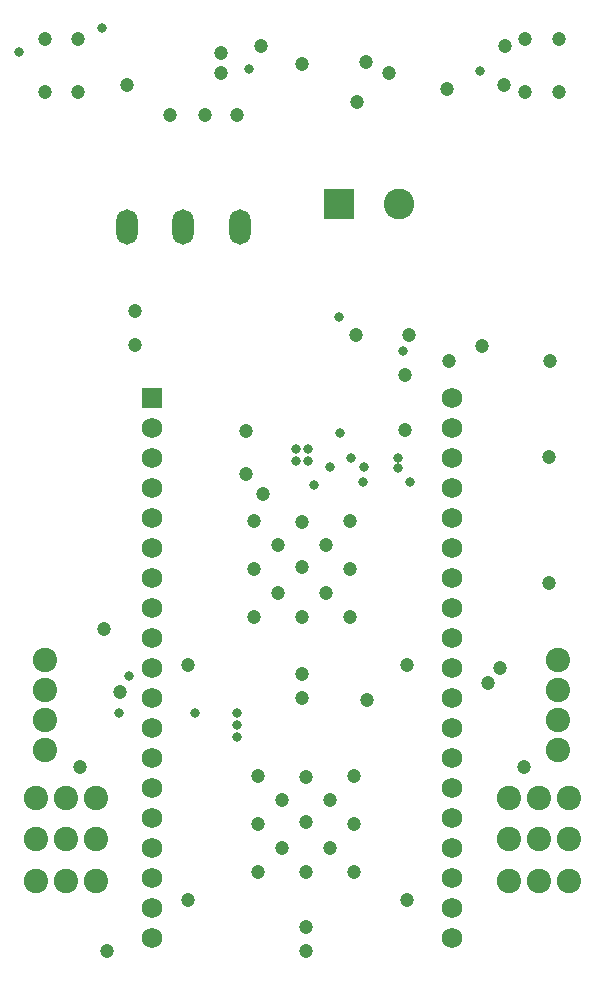
<source format=gbs>
G04*
G04 #@! TF.GenerationSoftware,Altium Limited,Altium Designer,24.9.1 (31)*
G04*
G04 Layer_Color=16711935*
%FSLAX44Y44*%
%MOMM*%
G71*
G04*
G04 #@! TF.SameCoordinates,D009CFA8-F13D-4BBB-A5DC-F2666AB139C3*
G04*
G04*
G04 #@! TF.FilePolarity,Negative*
G04*
G01*
G75*
%ADD71R,1.7332X1.7332*%
%ADD72C,1.7332*%
%ADD73O,1.8000X3.0000*%
%ADD74R,2.6032X2.6032*%
%ADD75C,2.6032*%
%ADD76C,2.0632*%
%ADD77C,0.8032*%
%ADD78C,1.2032*%
D71*
X123000Y528873D02*
D03*
D72*
Y503473D02*
D03*
Y478073D02*
D03*
Y452673D02*
D03*
Y427273D02*
D03*
Y401873D02*
D03*
Y376473D02*
D03*
Y351073D02*
D03*
Y325673D02*
D03*
Y300273D02*
D03*
Y274873D02*
D03*
Y249473D02*
D03*
Y224073D02*
D03*
Y198673D02*
D03*
Y173273D02*
D03*
Y147873D02*
D03*
Y122473D02*
D03*
Y97073D02*
D03*
Y71673D02*
D03*
X377000D02*
D03*
Y97073D02*
D03*
Y122473D02*
D03*
Y147873D02*
D03*
Y173273D02*
D03*
Y198673D02*
D03*
Y224073D02*
D03*
Y249473D02*
D03*
Y274873D02*
D03*
Y300273D02*
D03*
Y325673D02*
D03*
Y351073D02*
D03*
Y376473D02*
D03*
Y401873D02*
D03*
Y427273D02*
D03*
Y452673D02*
D03*
Y478073D02*
D03*
Y503473D02*
D03*
Y528873D02*
D03*
D73*
X197480Y673473D02*
D03*
X149480D02*
D03*
X101481D02*
D03*
D74*
X281560Y692523D02*
D03*
D75*
X331560D02*
D03*
D76*
X466620Y306573D02*
D03*
Y281173D02*
D03*
Y255773D02*
D03*
Y230373D02*
D03*
X32620D02*
D03*
Y255773D02*
D03*
Y281173D02*
D03*
Y306573D02*
D03*
X425000Y190000D02*
D03*
X450400D02*
D03*
X475800D02*
D03*
X425000Y120000D02*
D03*
X450400D02*
D03*
X475800D02*
D03*
X425000Y155000D02*
D03*
X450400D02*
D03*
X475800D02*
D03*
X75000Y190000D02*
D03*
X49600D02*
D03*
X24200D02*
D03*
X75000Y155000D02*
D03*
X49600D02*
D03*
X24200D02*
D03*
X75000Y120000D02*
D03*
X49600D02*
D03*
X24200D02*
D03*
D77*
X281940Y499110D02*
D03*
X10160Y821690D02*
D03*
X80140Y842140D02*
D03*
X400500Y805250D02*
D03*
X205000Y807183D02*
D03*
X273940Y470273D02*
D03*
X341350Y457483D02*
D03*
X331090Y469113D02*
D03*
X301880Y457573D02*
D03*
X302283Y469810D02*
D03*
X259620Y455383D02*
D03*
X281560Y597273D02*
D03*
X335498Y568446D02*
D03*
X254890Y475353D02*
D03*
X244730Y485513D02*
D03*
X254890D02*
D03*
X244730Y475353D02*
D03*
X331090Y477893D02*
D03*
X291720D02*
D03*
X94870Y261993D02*
D03*
X103592Y292933D02*
D03*
X195200Y261993D02*
D03*
X159640D02*
D03*
X195200Y241673D02*
D03*
Y251833D02*
D03*
D78*
X402590Y572770D02*
D03*
X250000Y811530D02*
D03*
X85000Y60000D02*
D03*
X437770Y215800D02*
D03*
X101600Y793299D02*
D03*
X422000Y826701D02*
D03*
X194564Y768096D02*
D03*
X167386D02*
D03*
X138176D02*
D03*
X421000Y793699D02*
D03*
X296418Y779018D02*
D03*
X304546Y272796D02*
D03*
X337312Y501650D02*
D03*
Y548386D02*
D03*
X60590Y787300D02*
D03*
X32590D02*
D03*
Y832300D02*
D03*
X60590D02*
D03*
X323850Y803910D02*
D03*
X181610D02*
D03*
Y820420D02*
D03*
X215000Y826716D02*
D03*
X439030Y832700D02*
D03*
X467030D02*
D03*
X439030Y787700D02*
D03*
X467030D02*
D03*
X253620Y80383D02*
D03*
Y60063D02*
D03*
X249810Y295013D02*
D03*
Y274693D02*
D03*
X295530Y582033D02*
D03*
X340638Y581929D02*
D03*
X459620Y559833D02*
D03*
X374620Y559828D02*
D03*
X61850Y215800D02*
D03*
X82170Y333113D02*
D03*
X96140Y279773D02*
D03*
X338820Y103243D02*
D03*
X153060D02*
D03*
Y302633D02*
D03*
X338820D02*
D03*
X417450Y300093D02*
D03*
X407290Y287393D02*
D03*
X459360Y371743D02*
D03*
X202820Y500753D02*
D03*
Y463923D02*
D03*
X216560Y447413D02*
D03*
X459360Y478263D02*
D03*
X304420Y813173D02*
D03*
X373000Y790313D02*
D03*
X209170Y424553D02*
D03*
X290450D02*
D03*
Y343273D02*
D03*
X209170D02*
D03*
X290450Y383913D02*
D03*
X209170D02*
D03*
X249814Y423526D02*
D03*
X249810Y343273D02*
D03*
Y385172D02*
D03*
X270130Y363593D02*
D03*
Y404233D02*
D03*
X229490Y363593D02*
D03*
Y404233D02*
D03*
X233300Y188333D02*
D03*
Y147693D02*
D03*
X273940Y188333D02*
D03*
Y147693D02*
D03*
X253620Y169272D02*
D03*
Y127373D02*
D03*
X253624Y207626D02*
D03*
X212980Y168013D02*
D03*
X294260D02*
D03*
X212980Y127373D02*
D03*
X294260D02*
D03*
Y208653D02*
D03*
X212980D02*
D03*
X108100Y573143D02*
D03*
Y602353D02*
D03*
M02*

</source>
